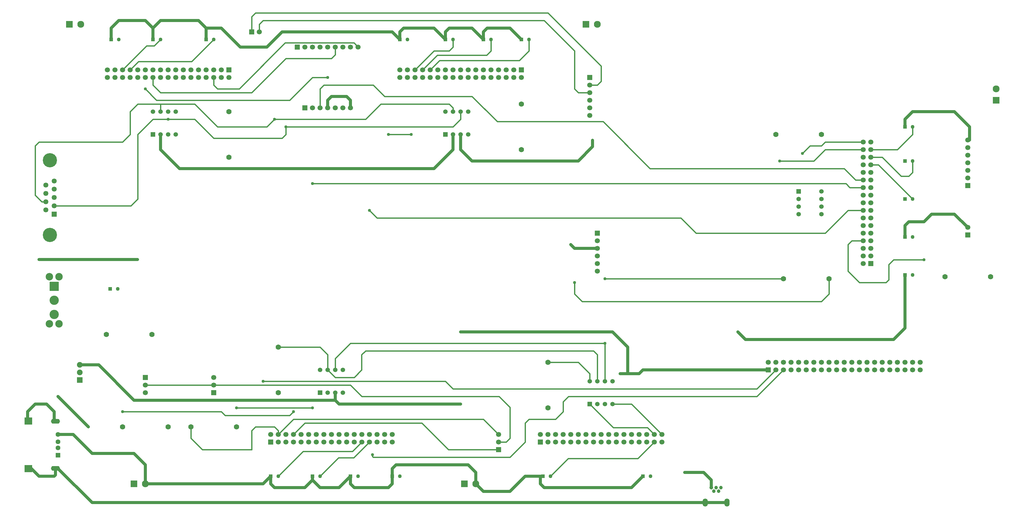
<source format=gbr>
G04 DipTrace 3.3.1.3*
G04 Top.gbr*
%MOIN*%
G04 #@! TF.FileFunction,Copper,L1,Top*
G04 #@! TF.Part,Single*
%AMOUTLINE0*
4,1,8,
-0.009039,0.021824,
0.009039,0.021824,
0.021824,0.009039,
0.021824,-0.009039,
0.009039,-0.021824,
-0.009039,-0.021824,
-0.021824,-0.009039,
-0.021824,0.009039,
-0.009039,0.021824,
0*%
G04 #@! TA.AperFunction,Conductor*
%ADD13C,0.03937*%
%ADD14C,0.016*%
G04 #@! TA.AperFunction,ComponentPad*
%ADD16C,0.07*%
%ADD17C,0.07*%
%ADD18R,0.066929X0.066929*%
%ADD19C,0.066929*%
%ADD20C,0.05*%
%ADD21R,0.05X0.05*%
%ADD22R,0.090551X0.090551*%
%ADD23C,0.090551*%
%ADD24R,0.066535X0.066535*%
%ADD25C,0.066535*%
%ADD26C,0.187402*%
%ADD27C,0.062992*%
%ADD28R,0.062992X0.062992*%
%ADD29O,0.11811X0.062992*%
%ADD30R,0.102362X0.094488*%
G04 #@! TA.AperFunction,ComponentPad*
%ADD31R,0.074803X0.074803*%
%ADD32C,0.074803*%
%ADD33R,0.122047X0.122047*%
%ADD34C,0.122047*%
%ADD35C,0.098425*%
%ADD36R,0.059055X0.059055*%
%ADD37C,0.059055*%
%ADD38C,0.047244*%
%ADD39O,0.066929X0.106299*%
G04 #@! TA.AperFunction,ViaPad*
%ADD40C,0.04*%
G04 #@! TA.AperFunction,ComponentPad*
%ADD98OUTLINE0*%
%FSLAX26Y26*%
G04*
G70*
G90*
G75*
G01*
G04 Top*
%LPD*%
X1159055Y2383858D2*
D13*
X1409055D1*
X1874016Y1918898D1*
X7911020Y5339370D2*
Y5255902D1*
X7724016Y5068898D1*
X6324016D1*
X6174016Y5218898D1*
Y5418898D1*
X10224016Y2318898D2*
X8574016D1*
X8524016Y2268898D1*
X8274016D1*
X4524016Y2018898D2*
Y1918898D1*
X4574016Y1868898D1*
X6174016D1*
X1874016Y1918898D2*
X4524016D1*
X8274016Y2268898D2*
X8374016D1*
Y2618898D1*
X8174016Y2818898D1*
X6174016D1*
X6974016Y6668898D2*
X6824016Y6818898D1*
X6524016D1*
X6474016Y6768898D1*
Y6668898D1*
X874016Y1468898D2*
X1074016D1*
X1324016Y1218898D1*
X1874016D1*
X2024016Y1068898D1*
Y818898D1*
X3574016D1*
X3674016Y918898D1*
X12024016Y5518898D2*
Y5618898D1*
X12124016Y5718898D1*
X12674016D1*
X12874016Y5518898D1*
Y5343898D1*
X12849016D1*
X6074016Y5418898D2*
Y5218898D1*
X5824016Y4968898D1*
X2474016D1*
X2224016Y5218898D1*
Y5418898D1*
X12024016Y4068898D2*
Y4218898D1*
X12074016Y4268898D1*
X2024016Y818898D2*
D3*
X7624016Y3968898D2*
X7674016Y3918898D1*
X7974016D1*
X2124016Y6668898D2*
Y6818898D1*
X2024016Y6918898D1*
X1674016D1*
X1574016Y6818898D1*
Y6668898D1*
X4624016Y6768898D2*
X3824016D1*
X3624016Y6568898D1*
X3274016D1*
X3024016Y6818898D1*
X2824016D1*
X2724016Y6918898D1*
X2224016D1*
X2124016Y6818898D1*
X5374016Y6668898D2*
X5274016Y6768898D1*
X4624016D1*
X5974016Y6668898D2*
X5824016Y6818898D1*
X5424016D1*
X5374016Y6768898D1*
Y6668898D1*
X6474016D2*
X6324016Y6818898D1*
X6024016D1*
X5974016Y6768898D1*
Y6668898D1*
X7255512Y918898D2*
X7224016D1*
Y818898D1*
X7274016Y768898D1*
X8424016D1*
X8574016Y918898D1*
X6374016Y818898D2*
X6474016Y718898D1*
X6824016D1*
X7024016Y918898D1*
X7255512D1*
X5274016D2*
Y1018898D1*
X5324016Y1068898D1*
X6274016D1*
X6374016Y968898D1*
Y818898D1*
X4724016Y918898D2*
Y818898D1*
X4774016Y768898D1*
X5224016D1*
X5274016Y818898D1*
Y918898D1*
X4224016D2*
Y868898D1*
X4324016Y768898D1*
X4574016D1*
X4724016Y918898D1*
X3674016D2*
Y818898D1*
X3724016Y768898D1*
X4124016D1*
X4224016Y868898D1*
X12024016Y3568898D2*
Y2868898D1*
X11874016Y2718898D1*
X9924016D1*
X9824016Y2818898D1*
X2824016Y6668898D2*
Y6818898D1*
X12074016Y4268898D2*
X12274016D1*
X12374016Y4368898D1*
X12674016D1*
X12849016Y4193898D1*
X9680709Y570079D2*
X9393307D1*
X840551Y1640157D2*
Y1652362D1*
X824016Y1668898D1*
Y1768898D1*
X724016Y1868898D1*
X574016D1*
X474016Y1768898D1*
Y1654076D1*
X482283Y1662344D1*
Y1644094D1*
X840551Y1022047D2*
Y935433D1*
X824016Y918898D1*
X624016D1*
X524803Y1018110D1*
X482283D1*
X9393307Y570079D2*
X1322835D1*
X870866Y1022047D1*
X840551D1*
X1921081Y3771832D2*
X624409D1*
X6074016Y5718898D2*
D14*
Y5768898D1*
X6024016Y5818898D1*
X5124016D1*
X4924016Y5618898D1*
X3724016D1*
X3774016Y2618898D2*
X4324016D1*
X4424016Y2518898D1*
Y2318898D1*
X11024016Y3518898D2*
Y3318898D1*
X10924016Y3218898D1*
X7774016D1*
X7674016Y3318898D1*
Y3468898D1*
X3724016Y5618898D2*
X3624016Y5518898D1*
X2974016D1*
X2674016Y5818898D1*
X2224016D1*
X1924016D1*
X1824016Y5718898D1*
Y5418898D1*
X1724016Y5318898D1*
X624016D1*
X574016Y5268898D1*
Y4618898D1*
X660433Y4532480D1*
X712205D1*
X2224016Y5718898D2*
Y5818898D1*
X4424016Y2318898D2*
X4524016Y2218898D1*
X4774016D1*
X4871370Y2316252D1*
Y2516252D1*
X4924016Y2568898D1*
X7924016D1*
X7974016Y2518898D1*
Y2168898D1*
X2624016Y1568898D2*
Y1418898D1*
X2774016Y1268898D1*
X3424016D1*
Y1518898D1*
X3474016Y1568898D1*
X3724016D1*
X3774016Y1518898D1*
Y1468898D1*
X3974016Y1668898D1*
X6474016D1*
X6674016Y1468898D1*
X5524016Y5418898D2*
X5224016D1*
X4524016Y6568898D2*
Y6468898D1*
X4474016Y6418898D1*
X3874016D1*
X3424016Y5968898D1*
X2224016D1*
X2124016Y6068898D1*
Y6168898D1*
X10674016Y5168898D2*
X10774016Y5268898D1*
X10924016D1*
X10974016Y5318898D1*
X11474016D1*
X8174016Y1868898D2*
X8424016D1*
X8824016Y1468898D1*
X10374016Y5068898D2*
X10824016D1*
X10974016Y5218898D1*
X11474016D1*
X4224016Y1818898D2*
X3224016D1*
X7324016Y2418898D2*
X7724016D1*
X7874016Y2268898D1*
Y2168898D1*
X1274016Y1568898D2*
D13*
X874016Y1968898D1*
X8724016Y1468898D2*
D14*
X8634457Y1558457D1*
X8184457D1*
X7874016Y1868898D1*
X3574016Y2168898D2*
X5974016D1*
X6074016Y2068898D1*
X10074016D1*
X10324016Y2318898D1*
X5015016Y1202437D2*
Y1177898D1*
X5024016Y1168898D1*
X6824016D1*
X7024016Y1368898D1*
Y1618898D1*
X7074016Y1668898D1*
X7424016D1*
X7524016Y1768898D1*
Y1898081D1*
X7594832Y1968898D1*
X10074016D1*
X10424016Y2318898D1*
X7874016Y6068898D2*
X7974016D1*
X8024016Y6118898D1*
Y6318898D1*
X7324016Y7018898D1*
X3474016D1*
X3424016Y6968898D1*
Y6768898D1*
X7874016Y5968898D2*
X7724016D1*
X7674016Y6018898D1*
Y6518898D1*
X7274016Y6918898D1*
X3574016D1*
X3524016Y6868898D1*
Y6768898D1*
X2024016Y6015906D2*
X2171024Y5868898D1*
X3924016D1*
X4224016Y6168898D1*
X4424016D1*
X3974016Y1468898D2*
X4124016Y1618898D1*
X5665110D1*
X6015110Y1268898D1*
X6674016D1*
X12274016Y3768898D2*
X11874016D1*
X11808711Y3703593D1*
Y3503593D1*
X11774016Y3468898D1*
X11424016D1*
X11274016Y3618898D1*
Y3968898D1*
X11324016Y4018898D1*
X11474016D1*
X1724016Y1768898D2*
X3024016D1*
X3074016Y1718898D1*
X3924016D1*
X3974016Y1768898D1*
X6174016Y5718898D2*
Y5618898D1*
X6074016Y5518898D1*
X3874016D1*
X4524016Y2318898D2*
Y2468898D1*
X4724016Y2668898D1*
X8074016D1*
X10424016Y3518898D2*
X8074016D1*
X2324016Y5618898D2*
X2124016D1*
X1924016Y5418898D1*
Y4568898D1*
X1833071Y4477953D1*
X824016D1*
X3874016Y5518898D2*
Y5418898D1*
X3824016Y5368898D1*
X2924016D1*
X2674016Y5618898D1*
X2324016D1*
X8074016Y2668898D2*
Y2168898D1*
X9124016Y968898D2*
D13*
X9374016D1*
X9474016Y868898D1*
Y768898D1*
X4724016Y5768898D2*
Y5868898D1*
X4674016Y5918898D1*
X4474016D1*
X4424016Y5868898D1*
Y5768898D1*
X4974016Y4418898D2*
D14*
X5074016Y4318898D1*
X9074016D1*
X9274016Y4118898D1*
X10974016D1*
X11274016Y4418898D1*
X11474016D1*
X4224016Y4771583D2*
X11245390D1*
X11298075Y4718898D1*
X11474016D1*
Y4818898D2*
X11374016D1*
X11224016Y4968898D1*
X8667520D1*
X8049980Y5586437D1*
X6656476D1*
X6324016Y5918898D1*
X5174016D1*
X5024016Y6068898D1*
X4374016D1*
X4324016Y6018898D1*
Y5768898D1*
X2024016Y2118898D2*
X2924016D1*
X4724016D1*
X4874016Y1968898D1*
X6679008D1*
X6824016Y1823890D1*
Y1418898D1*
X6774016Y1368898D1*
X6674016D1*
X4324016Y918898D2*
X4566559Y1161441D1*
X4766559D1*
X4974016Y1368898D1*
X7355512Y918898D2*
X7589034Y1152420D1*
X8507538D1*
X8724016Y1368898D1*
X2224016Y6668898D2*
X2138707Y6583589D1*
X2038707D1*
X1724016Y6268898D1*
X2924016Y6668898D2*
X2633463Y6378345D1*
X1933463D1*
X1824016Y6268898D1*
X12124016Y5518898D2*
Y5418898D1*
X11924016Y5218898D1*
X11574016D1*
X12124016Y5068898D2*
Y4918898D1*
X12074016Y4868898D1*
X11974016D1*
X11724016Y5118898D1*
X11574016D1*
X12124016Y4568898D2*
X11674016Y5018898D1*
X11574016D1*
X6074016Y6668898D2*
Y6568898D1*
X6024016Y6518898D1*
X5824016D1*
X5574016Y6268898D1*
X6574016Y6668898D2*
Y6518898D1*
X6517400Y6462282D1*
X5867400D1*
X5674016Y6268898D1*
X7074016Y6668898D2*
Y6518898D1*
X6946539Y6391421D1*
X5896539D1*
X5774016Y6268898D1*
X4824016Y6568898D2*
X4769551Y6623362D1*
X3864583D1*
X3260118Y6018898D1*
X2974016D1*
X2924016Y6068898D1*
Y6168898D1*
X3774016Y918898D2*
X4100255Y1245136D1*
X4750255D1*
X4874016Y1368898D1*
D40*
X1921081Y3771832D3*
X624409D3*
X1274016Y1568898D3*
X874016Y1968898D3*
X9124016Y968898D3*
D3*
X7911020Y5339370D3*
X1874016Y1918898D3*
X6174016Y1868898D3*
X8274016Y2268898D3*
X6174016Y2818898D3*
X9824016D3*
X4624016Y6768898D3*
X12074016Y4268898D3*
X7624016Y3968898D3*
X7674016Y3468898D3*
X3724016Y5618898D3*
X5224016Y5418898D3*
X5524016D3*
X10674016Y5168898D3*
X10374016Y5068898D3*
X3224016Y1818898D3*
X4224016D3*
X3574016Y2168898D3*
X5015016Y1202437D3*
X4424016Y6168898D3*
X2024016Y6015906D3*
X12274016Y3768898D3*
X3974016Y1768898D3*
X1724016D3*
X2324016Y5618898D3*
X3874016Y5518898D3*
X8074016Y3518898D3*
Y2668898D3*
X4974016Y4418898D3*
X4224016Y4771583D3*
D16*
X3774016Y2018898D3*
D17*
Y2618898D3*
D16*
X13149016Y3543898D3*
D17*
X12549016D3*
D18*
X7974016Y4118898D3*
D19*
Y4018898D3*
Y3918898D3*
Y3818898D3*
Y3718898D3*
Y3618898D3*
D18*
X7874016Y6168898D3*
D19*
Y6068898D3*
Y5968898D3*
Y5868898D3*
Y5768898D3*
Y5668898D3*
D20*
X1659055Y3383858D3*
D21*
X1559055D3*
D20*
X3774016Y918898D3*
D21*
X3674016D3*
D20*
X5374016D3*
D21*
X5274016D3*
D20*
X4824016D3*
D21*
X4724016D3*
D20*
X4324016D3*
D21*
X4224016D3*
D20*
X7355512D3*
D21*
X7255512D3*
D20*
X8674016D3*
D21*
X8574016D3*
D20*
X2224016Y6668898D3*
D21*
X2124016D3*
D20*
X1674016D3*
D21*
X1574016D3*
D20*
X2924016D3*
D21*
X2824016D3*
D20*
X12124016Y5518898D3*
D21*
X12024016D3*
D20*
X12124016Y5068898D3*
D21*
X12024016D3*
D20*
X12124016Y4568898D3*
D21*
X12024016D3*
D20*
X12124016Y4068898D3*
D21*
X12024016D3*
D20*
X12124016Y3568898D3*
D21*
X12024016D3*
D20*
X5474016Y6668898D3*
D21*
X5374016D3*
D20*
X6074016D3*
D21*
X5974016D3*
D20*
X6574016D3*
D21*
X6474016D3*
D20*
X7074016D3*
D21*
X6974016D3*
D18*
X2924016Y2018898D3*
D19*
Y2118898D3*
Y2218898D3*
D18*
X4024016Y6568898D3*
D19*
X4124016D3*
X4224016D3*
X4324016D3*
X4424016D3*
X4524016D3*
X4624016D3*
X4724016D3*
X4824016D3*
D18*
X12849016Y4093898D3*
D19*
Y4193898D3*
D18*
X3124016Y6268898D3*
D19*
Y6168898D3*
X3024016Y6268898D3*
Y6168898D3*
X2924016Y6268898D3*
Y6168898D3*
X2824016Y6268898D3*
Y6168898D3*
X2724016Y6268898D3*
Y6168898D3*
X2624016Y6268898D3*
Y6168898D3*
X2524016Y6268898D3*
Y6168898D3*
X2424016Y6268898D3*
Y6168898D3*
X2324016Y6268898D3*
Y6168898D3*
X2224016Y6268898D3*
Y6168898D3*
X2124016Y6268898D3*
Y6168898D3*
X2024016Y6268898D3*
Y6168898D3*
X1924016Y6268898D3*
Y6168898D3*
X1824016Y6268898D3*
Y6168898D3*
X1724016Y6268898D3*
Y6168898D3*
X1624016Y6268898D3*
Y6168898D3*
X1524016Y6268898D3*
Y6168898D3*
D18*
X6974016Y6268898D3*
D19*
Y6168898D3*
X6874016Y6268898D3*
Y6168898D3*
X6774016Y6268898D3*
Y6168898D3*
X6674016Y6268898D3*
Y6168898D3*
X6574016Y6268898D3*
Y6168898D3*
X6474016Y6268898D3*
Y6168898D3*
X6374016Y6268898D3*
Y6168898D3*
X6274016Y6268898D3*
Y6168898D3*
X6174016Y6268898D3*
Y6168898D3*
X6074016Y6268898D3*
Y6168898D3*
X5974016Y6268898D3*
Y6168898D3*
X5874016Y6268898D3*
Y6168898D3*
X5774016Y6268898D3*
Y6168898D3*
X5674016Y6268898D3*
Y6168898D3*
X5574016Y6268898D3*
Y6168898D3*
X5474016Y6268898D3*
Y6168898D3*
X5374016Y6268898D3*
Y6168898D3*
D18*
X11574016Y3718898D3*
D19*
X11474016D3*
X11574016Y3818898D3*
X11474016D3*
X11574016Y3918898D3*
X11474016D3*
X11574016Y4018898D3*
X11474016D3*
X11574016Y4118898D3*
X11474016D3*
X11574016Y4218898D3*
X11474016D3*
X11574016Y4318898D3*
X11474016D3*
X11574016Y4418898D3*
X11474016D3*
X11574016Y4518898D3*
X11474016D3*
X11574016Y4618898D3*
X11474016D3*
X11574016Y4718898D3*
X11474016D3*
X11574016Y4818898D3*
X11474016D3*
X11574016Y4918898D3*
X11474016D3*
X11574016Y5018898D3*
X11474016D3*
X11574016Y5118898D3*
X11474016D3*
X11574016Y5218898D3*
X11474016D3*
X11574016Y5318898D3*
X11474016D3*
D18*
X7224016Y1368898D3*
D19*
Y1468898D3*
X7324016Y1368898D3*
Y1468898D3*
X7424016Y1368898D3*
Y1468898D3*
X7524016Y1368898D3*
Y1468898D3*
X7624016Y1368898D3*
Y1468898D3*
X7724016Y1368898D3*
Y1468898D3*
X7824016Y1368898D3*
Y1468898D3*
X7924016Y1368898D3*
Y1468898D3*
X8024016Y1368898D3*
Y1468898D3*
X8124016Y1368898D3*
Y1468898D3*
X8224016Y1368898D3*
Y1468898D3*
X8324016Y1368898D3*
Y1468898D3*
X8424016Y1368898D3*
Y1468898D3*
X8524016Y1368898D3*
Y1468898D3*
X8624016Y1368898D3*
Y1468898D3*
X8724016Y1368898D3*
Y1468898D3*
X8824016Y1368898D3*
Y1468898D3*
D18*
X3674016Y1368898D3*
D19*
Y1468898D3*
X3774016Y1368898D3*
Y1468898D3*
X3874016Y1368898D3*
Y1468898D3*
X3974016Y1368898D3*
Y1468898D3*
X4074016Y1368898D3*
Y1468898D3*
X4174016Y1368898D3*
Y1468898D3*
X4274016Y1368898D3*
Y1468898D3*
X4374016Y1368898D3*
Y1468898D3*
X4474016Y1368898D3*
Y1468898D3*
X4574016Y1368898D3*
Y1468898D3*
X4674016Y1368898D3*
Y1468898D3*
X4774016Y1368898D3*
Y1468898D3*
X4874016Y1368898D3*
Y1468898D3*
X4974016Y1368898D3*
Y1468898D3*
X5074016Y1368898D3*
Y1468898D3*
X5174016Y1368898D3*
Y1468898D3*
X5274016Y1368898D3*
Y1468898D3*
D22*
X7824016Y6868898D3*
D23*
X7974016D3*
D24*
X824016Y4368898D3*
D25*
Y4477953D3*
Y4587008D3*
Y4696063D3*
Y4805118D3*
X712205Y4423425D3*
Y4532480D3*
Y4641535D3*
Y4750591D3*
D26*
X768111Y4095079D3*
Y5078937D3*
D18*
X3424016Y6768898D3*
D19*
X3524016D3*
D22*
X1024016Y6868898D3*
D23*
X1174016D3*
D22*
X6224016Y818898D3*
D23*
X6374016D3*
D18*
X10224016Y2318898D3*
D19*
Y2418898D3*
X10324016Y2318898D3*
Y2418898D3*
X10424016Y2318898D3*
Y2418898D3*
X10524016Y2318898D3*
Y2418898D3*
X10624016Y2318898D3*
Y2418898D3*
X10724016Y2318898D3*
Y2418898D3*
X10824016Y2318898D3*
Y2418898D3*
X10924016Y2318898D3*
Y2418898D3*
X11024016Y2318898D3*
Y2418898D3*
X11124016Y2318898D3*
Y2418898D3*
X11224016Y2318898D3*
Y2418898D3*
X11324016Y2318898D3*
Y2418898D3*
X11424016Y2318898D3*
Y2418898D3*
X11524016Y2318898D3*
Y2418898D3*
X11624016Y2318898D3*
Y2418898D3*
X11724016Y2318898D3*
Y2418898D3*
X11824016Y2318898D3*
Y2418898D3*
X11924016Y2318898D3*
Y2418898D3*
X12024016Y2318898D3*
Y2418898D3*
X12124016Y2318898D3*
Y2418898D3*
X12224016Y2318898D3*
Y2418898D3*
D22*
X13224016Y5868898D3*
D23*
Y6018898D3*
D27*
X874016Y1468898D3*
Y1370472D3*
Y1291732D3*
D28*
Y1193307D3*
D29*
X840551Y1640157D3*
Y1022047D3*
D30*
X482283Y1644094D3*
Y1018110D3*
D22*
X1874016Y818898D3*
D23*
X2024016D3*
D18*
X4124016Y5768898D3*
D19*
X4224016D3*
X4324016D3*
X4424016D3*
X4524016D3*
X4624016D3*
X4724016D3*
D16*
X1724016Y1568898D3*
D17*
X2324016D3*
D16*
X3224016D3*
D17*
X2624016D3*
D16*
X7324016Y2418898D3*
D17*
Y1818898D3*
D16*
X3124016Y5118898D3*
D17*
Y5718898D3*
D16*
X6974016Y5818898D3*
D17*
Y5218898D3*
D16*
X10924016Y5418898D3*
D17*
X10324016D3*
D16*
X2109055Y2783858D3*
D17*
X1509055D3*
D16*
X10424016Y3518898D3*
D17*
X11024016D3*
D31*
X1159055Y2183858D3*
D32*
Y2283858D3*
Y2383858D3*
D18*
X2024016Y2218898D3*
D19*
Y2118898D3*
Y2018898D3*
D18*
X6674016Y1268898D3*
D19*
Y1368898D3*
Y1468898D3*
D33*
X824016Y3418898D3*
D34*
Y3233858D3*
Y3048819D3*
D35*
X886614Y2923819D3*
X761417D3*
Y3543898D3*
X886614D3*
D36*
X2124016Y5418898D3*
D37*
X2224016D3*
X2324016D3*
X2424016D3*
Y5718898D3*
X2324016D3*
X2224016D3*
X2124016D3*
D36*
X5974016Y5418898D3*
D37*
X6074016D3*
X6174016D3*
X6274016D3*
Y5718898D3*
X6174016D3*
X6074016D3*
X5974016D3*
D36*
X10624016Y4668898D3*
D37*
Y4568898D3*
Y4468898D3*
Y4368898D3*
X10924016D3*
Y4468898D3*
Y4568898D3*
Y4668898D3*
D36*
X4324016Y2018898D3*
D37*
X4424016D3*
X4524016D3*
X4624016D3*
Y2318898D3*
X4524016D3*
X4424016D3*
X4324016D3*
D36*
X7874016Y1868898D3*
D37*
X7974016D3*
X8074016D3*
X8174016D3*
Y2168898D3*
X8074016D3*
X7974016D3*
X7874016D3*
D18*
X12849016Y4743898D3*
D19*
Y4843898D3*
Y4943898D3*
Y5043898D3*
Y5143898D3*
Y5243898D3*
Y5343898D3*
D98*
X9474016Y768898D3*
D38*
X9505512Y721654D3*
X9537008Y768898D3*
X9568504Y721654D3*
X9600000Y768898D3*
D39*
X9393307Y570079D3*
X9680709D3*
M02*

</source>
